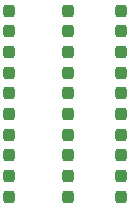
<source format=gbr>
%TF.GenerationSoftware,KiCad,Pcbnew,(6.0.0)*%
%TF.CreationDate,2022-01-30T23:15:09+01:00*%
%TF.ProjectId,TinyPlay_matrix,54696e79-506c-4617-995f-6d6174726978,rev?*%
%TF.SameCoordinates,Original*%
%TF.FileFunction,Paste,Top*%
%TF.FilePolarity,Positive*%
%FSLAX46Y46*%
G04 Gerber Fmt 4.6, Leading zero omitted, Abs format (unit mm)*
G04 Created by KiCad (PCBNEW (6.0.0)) date 2022-01-30 23:15:09*
%MOMM*%
%LPD*%
G01*
G04 APERTURE LIST*
G04 Aperture macros list*
%AMRoundRect*
0 Rectangle with rounded corners*
0 $1 Rounding radius*
0 $2 $3 $4 $5 $6 $7 $8 $9 X,Y pos of 4 corners*
0 Add a 4 corners polygon primitive as box body*
4,1,4,$2,$3,$4,$5,$6,$7,$8,$9,$2,$3,0*
0 Add four circle primitives for the rounded corners*
1,1,$1+$1,$2,$3*
1,1,$1+$1,$4,$5*
1,1,$1+$1,$6,$7*
1,1,$1+$1,$8,$9*
0 Add four rect primitives between the rounded corners*
20,1,$1+$1,$2,$3,$4,$5,0*
20,1,$1+$1,$4,$5,$6,$7,0*
20,1,$1+$1,$6,$7,$8,$9,0*
20,1,$1+$1,$8,$9,$2,$3,0*%
G04 Aperture macros list end*
%ADD10RoundRect,0.237500X0.237500X-0.287500X0.237500X0.287500X-0.237500X0.287500X-0.237500X-0.287500X0*%
G04 APERTURE END LIST*
D10*
%TO.C,D6*%
X114000000Y-51375000D03*
X114000000Y-49625000D03*
%TD*%
%TO.C,D14*%
X109500000Y-61875000D03*
X109500000Y-60125000D03*
%TD*%
%TO.C,D13*%
X104500000Y-61875000D03*
X104500000Y-60125000D03*
%TD*%
%TO.C,D3*%
X114000000Y-47875000D03*
X114000000Y-46125000D03*
%TD*%
%TO.C,D9*%
X114000000Y-54875000D03*
X114000000Y-53125000D03*
%TD*%
%TO.C,D2*%
X109500000Y-47875000D03*
X109500000Y-46125000D03*
%TD*%
%TO.C,D12*%
X114000000Y-58375000D03*
X114000000Y-56625000D03*
%TD*%
%TO.C,D15*%
X114000000Y-61875000D03*
X114000000Y-60125000D03*
%TD*%
%TO.C,D10*%
X104500000Y-58375000D03*
X104500000Y-56625000D03*
%TD*%
%TO.C,D5*%
X109500000Y-51375000D03*
X109500000Y-49625000D03*
%TD*%
%TO.C,D1*%
X104500000Y-47875000D03*
X104500000Y-46125000D03*
%TD*%
%TO.C,D7*%
X104500000Y-54875000D03*
X104500000Y-53125000D03*
%TD*%
%TO.C,D11*%
X109500000Y-58375000D03*
X109500000Y-56625000D03*
%TD*%
%TO.C,D4*%
X104500000Y-51375000D03*
X104500000Y-49625000D03*
%TD*%
%TO.C,D8*%
X109500000Y-54875000D03*
X109500000Y-53125000D03*
%TD*%
M02*

</source>
